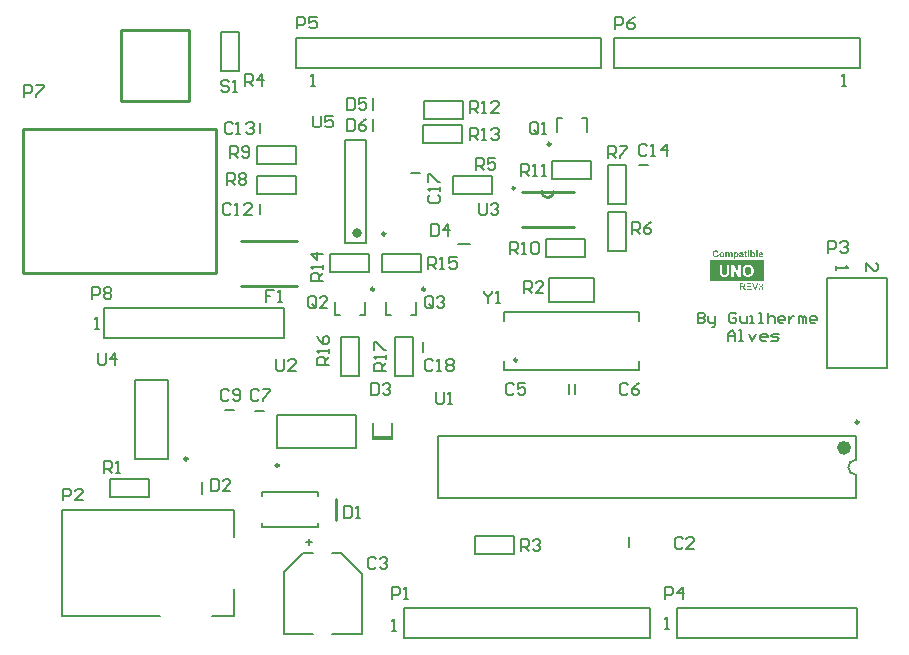
<source format=gto>
G04*
G04 #@! TF.GenerationSoftware,Altium Limited,Altium Designer,18.1.9 (240)*
G04*
G04 Layer_Color=65535*
%FSLAX24Y24*%
%MOIN*%
G70*
G01*
G75*
%ADD10C,0.0098*%
%ADD11C,0.0100*%
%ADD12C,0.0157*%
%ADD13C,0.0236*%
%ADD14C,0.0079*%
%ADD15C,0.0080*%
%ADD16C,0.0060*%
G36*
X22400Y12400D02*
X20600D01*
Y13091D01*
X22400D01*
Y12400D01*
D02*
G37*
G36*
X21914Y13424D02*
Y13384D01*
X21871D01*
Y13424D01*
X21914D01*
D02*
G37*
G36*
X21812Y13362D02*
X21842D01*
Y13328D01*
X21812D01*
Y13262D01*
Y13262D01*
Y13261D01*
Y13260D01*
Y13259D01*
Y13256D01*
Y13252D01*
X21813Y13248D01*
Y13244D01*
Y13241D01*
X21813Y13240D01*
Y13239D01*
Y13238D01*
X21814Y13237D01*
X21815Y13235D01*
X21817Y13233D01*
X21817Y13233D01*
X21819Y13232D01*
X21821Y13232D01*
X21824Y13231D01*
X21825D01*
X21826Y13232D01*
X21828Y13232D01*
X21831Y13232D01*
X21834Y13233D01*
X21837Y13234D01*
X21841Y13235D01*
X21845Y13202D01*
X21844Y13202D01*
X21842Y13201D01*
X21839Y13200D01*
X21835Y13199D01*
X21830Y13198D01*
X21824Y13197D01*
X21818Y13196D01*
X21811Y13196D01*
X21809D01*
X21807Y13196D01*
X21804D01*
X21801Y13197D01*
X21797Y13198D01*
X21794Y13198D01*
X21790Y13200D01*
X21790Y13200D01*
X21789Y13200D01*
X21787Y13201D01*
X21785Y13202D01*
X21781Y13205D01*
X21778Y13207D01*
X21777Y13210D01*
X21776Y13210D01*
X21776Y13211D01*
X21775Y13212D01*
X21774Y13214D01*
X21773Y13217D01*
X21772Y13219D01*
X21771Y13223D01*
X21771Y13227D01*
Y13227D01*
X21770Y13228D01*
Y13230D01*
X21770Y13233D01*
X21770Y13237D01*
Y13243D01*
X21769Y13249D01*
Y13253D01*
Y13257D01*
Y13328D01*
X21750D01*
Y13362D01*
X21769D01*
Y13394D01*
X21812Y13420D01*
Y13362D01*
D02*
G37*
G36*
X21010Y13366D02*
X21013Y13365D01*
X21016Y13365D01*
X21020Y13364D01*
X21024Y13364D01*
X21028Y13363D01*
X21033Y13361D01*
X21038Y13360D01*
X21043Y13358D01*
X21047Y13355D01*
X21053Y13353D01*
X21058Y13349D01*
X21062Y13346D01*
X21067Y13342D01*
X21067Y13341D01*
X21068Y13340D01*
X21069Y13339D01*
X21071Y13337D01*
X21072Y13335D01*
X21074Y13332D01*
X21076Y13329D01*
X21079Y13325D01*
X21081Y13321D01*
X21083Y13316D01*
X21085Y13311D01*
X21087Y13306D01*
X21088Y13300D01*
X21089Y13294D01*
X21090Y13288D01*
X21090Y13281D01*
Y13281D01*
Y13279D01*
Y13278D01*
X21090Y13275D01*
X21090Y13272D01*
X21089Y13268D01*
X21088Y13264D01*
X21087Y13260D01*
X21086Y13255D01*
X21085Y13250D01*
X21083Y13245D01*
X21081Y13240D01*
X21077Y13235D01*
X21074Y13230D01*
X21071Y13225D01*
X21067Y13220D01*
X21066Y13220D01*
X21066Y13219D01*
X21064Y13218D01*
X21062Y13216D01*
X21060Y13215D01*
X21057Y13213D01*
X21054Y13210D01*
X21050Y13208D01*
X21046Y13206D01*
X21042Y13203D01*
X21037Y13201D01*
X21031Y13200D01*
X21026Y13198D01*
X21020Y13197D01*
X21013Y13196D01*
X21007Y13196D01*
X21003D01*
X21001Y13196D01*
X20999Y13197D01*
X20993Y13197D01*
X20987Y13198D01*
X20980Y13200D01*
X20972Y13202D01*
X20965Y13206D01*
X20964D01*
X20964Y13206D01*
X20963Y13207D01*
X20961Y13208D01*
X20958Y13210D01*
X20953Y13213D01*
X20948Y13217D01*
X20943Y13223D01*
X20938Y13229D01*
X20934Y13235D01*
Y13236D01*
X20934Y13236D01*
X20933Y13238D01*
X20932Y13239D01*
X20932Y13241D01*
X20931Y13243D01*
X20930Y13246D01*
X20929Y13249D01*
X20927Y13256D01*
X20925Y13264D01*
X20924Y13273D01*
X20924Y13283D01*
Y13283D01*
Y13284D01*
Y13285D01*
X20924Y13287D01*
Y13288D01*
X20924Y13291D01*
X20925Y13296D01*
X20926Y13303D01*
X20928Y13309D01*
X20931Y13317D01*
X20934Y13324D01*
Y13325D01*
X20934Y13325D01*
X20935Y13327D01*
X20936Y13328D01*
X20938Y13331D01*
X20942Y13336D01*
X20946Y13341D01*
X20951Y13346D01*
X20957Y13351D01*
X20964Y13355D01*
X20964D01*
X20965Y13355D01*
X20966Y13356D01*
X20967Y13357D01*
X20969Y13358D01*
X20971Y13359D01*
X20976Y13361D01*
X20983Y13362D01*
X20990Y13364D01*
X20998Y13365D01*
X21007Y13366D01*
X21010D01*
D02*
G37*
G36*
X21661D02*
X21664Y13365D01*
X21666D01*
X21673Y13365D01*
X21680Y13364D01*
X21687Y13363D01*
X21694Y13361D01*
X21697Y13360D01*
X21699Y13359D01*
X21700Y13359D01*
X21702Y13358D01*
X21704Y13356D01*
X21707Y13354D01*
X21710Y13352D01*
X21714Y13349D01*
X21717Y13345D01*
X21719Y13342D01*
X21720Y13341D01*
X21720Y13339D01*
X21721Y13337D01*
X21722Y13333D01*
X21723Y13330D01*
X21723Y13328D01*
X21724Y13324D01*
X21724Y13321D01*
X21724Y13317D01*
X21725Y13313D01*
X21725Y13308D01*
Y13303D01*
X21724Y13253D01*
Y13253D01*
Y13252D01*
Y13251D01*
Y13250D01*
Y13246D01*
X21725Y13241D01*
Y13236D01*
X21725Y13231D01*
X21726Y13226D01*
X21726Y13221D01*
Y13221D01*
X21727Y13220D01*
X21727Y13218D01*
X21728Y13215D01*
X21729Y13212D01*
X21730Y13208D01*
X21732Y13204D01*
X21734Y13200D01*
X21692D01*
Y13200D01*
X21692Y13201D01*
X21691Y13202D01*
X21691Y13203D01*
X21690Y13205D01*
X21689Y13207D01*
X21689Y13210D01*
X21688Y13212D01*
Y13213D01*
Y13213D01*
X21687Y13214D01*
X21687Y13216D01*
X21686Y13217D01*
X21686Y13217D01*
X21684Y13216D01*
X21682Y13214D01*
X21679Y13211D01*
X21676Y13209D01*
X21672Y13206D01*
X21667Y13203D01*
X21663Y13201D01*
X21662Y13201D01*
X21661Y13200D01*
X21658Y13199D01*
X21654Y13199D01*
X21651Y13198D01*
X21646Y13197D01*
X21641Y13196D01*
X21636Y13196D01*
X21634D01*
X21632Y13196D01*
X21630D01*
X21627Y13197D01*
X21622Y13198D01*
X21615Y13199D01*
X21609Y13201D01*
X21602Y13205D01*
X21596Y13209D01*
X21596Y13210D01*
X21594Y13212D01*
X21592Y13215D01*
X21589Y13219D01*
X21587Y13224D01*
X21585Y13230D01*
X21583Y13236D01*
X21582Y13244D01*
Y13245D01*
Y13246D01*
X21583Y13249D01*
X21583Y13252D01*
X21584Y13256D01*
X21585Y13260D01*
X21587Y13264D01*
X21589Y13268D01*
X21589Y13269D01*
X21590Y13270D01*
X21591Y13272D01*
X21593Y13274D01*
X21596Y13277D01*
X21599Y13280D01*
X21603Y13283D01*
X21607Y13285D01*
X21607Y13285D01*
X21609Y13286D01*
X21612Y13287D01*
X21616Y13288D01*
X21620Y13290D01*
X21626Y13292D01*
X21633Y13293D01*
X21641Y13295D01*
X21641D01*
X21642Y13295D01*
X21644Y13296D01*
X21646Y13296D01*
X21648Y13297D01*
X21651Y13297D01*
X21658Y13299D01*
X21664Y13300D01*
X21671Y13302D01*
X21678Y13304D01*
X21680Y13305D01*
X21683Y13306D01*
Y13310D01*
Y13310D01*
Y13312D01*
X21682Y13314D01*
X21682Y13317D01*
X21681Y13320D01*
X21680Y13322D01*
X21679Y13325D01*
X21677Y13328D01*
X21676Y13328D01*
X21675Y13329D01*
X21674Y13329D01*
X21672Y13330D01*
X21668Y13331D01*
X21664Y13332D01*
X21659Y13333D01*
X21653Y13333D01*
X21651D01*
X21649Y13333D01*
X21647Y13332D01*
X21641Y13331D01*
X21638Y13330D01*
X21635Y13328D01*
X21635Y13328D01*
X21634Y13327D01*
X21633Y13326D01*
X21632Y13324D01*
X21630Y13322D01*
X21628Y13320D01*
X21627Y13316D01*
X21625Y13313D01*
X21587Y13320D01*
Y13320D01*
X21587Y13321D01*
X21587Y13322D01*
X21588Y13323D01*
X21590Y13328D01*
X21592Y13333D01*
X21595Y13338D01*
X21599Y13344D01*
X21604Y13349D01*
X21609Y13354D01*
X21609D01*
X21610Y13354D01*
X21611Y13355D01*
X21612Y13356D01*
X21614Y13357D01*
X21616Y13358D01*
X21618Y13359D01*
X21621Y13360D01*
X21624Y13361D01*
X21628Y13362D01*
X21632Y13363D01*
X21636Y13364D01*
X21640Y13365D01*
X21646Y13365D01*
X21651Y13366D01*
X21661D01*
D02*
G37*
G36*
X20809Y13428D02*
X20812Y13427D01*
X20815Y13427D01*
X20819Y13426D01*
X20823Y13426D01*
X20828Y13425D01*
X20834Y13423D01*
X20839Y13422D01*
X20845Y13420D01*
X20850Y13418D01*
X20856Y13414D01*
X20861Y13411D01*
X20866Y13408D01*
X20871Y13403D01*
X20872D01*
X20872Y13403D01*
X20874Y13401D01*
X20876Y13397D01*
X20880Y13393D01*
X20883Y13387D01*
X20888Y13380D01*
X20891Y13372D01*
X20894Y13362D01*
X20850Y13352D01*
Y13352D01*
X20849Y13352D01*
X20849Y13354D01*
X20848Y13358D01*
X20846Y13362D01*
X20844Y13366D01*
X20841Y13370D01*
X20837Y13375D01*
X20833Y13379D01*
X20832Y13379D01*
X20831Y13381D01*
X20828Y13382D01*
X20824Y13384D01*
X20820Y13386D01*
X20815Y13388D01*
X20809Y13389D01*
X20802Y13389D01*
X20800D01*
X20798Y13389D01*
X20796Y13389D01*
X20794Y13388D01*
X20788Y13387D01*
X20782Y13385D01*
X20775Y13382D01*
X20772Y13380D01*
X20768Y13377D01*
X20765Y13374D01*
X20762Y13371D01*
Y13371D01*
X20761Y13370D01*
X20761Y13369D01*
X20760Y13368D01*
X20759Y13366D01*
X20757Y13363D01*
X20756Y13361D01*
X20755Y13357D01*
X20753Y13353D01*
X20751Y13349D01*
X20750Y13345D01*
X20749Y13339D01*
X20748Y13334D01*
X20747Y13327D01*
X20747Y13320D01*
X20747Y13313D01*
Y13313D01*
Y13312D01*
Y13309D01*
X20747Y13306D01*
Y13303D01*
X20747Y13299D01*
X20748Y13294D01*
X20749Y13290D01*
X20750Y13280D01*
X20753Y13270D01*
X20755Y13265D01*
X20757Y13260D01*
X20759Y13256D01*
X20762Y13253D01*
X20762Y13252D01*
X20762Y13252D01*
X20764Y13250D01*
X20768Y13247D01*
X20772Y13244D01*
X20778Y13240D01*
X20785Y13238D01*
X20793Y13235D01*
X20797Y13235D01*
X20801Y13235D01*
X20803D01*
X20804Y13235D01*
X20808Y13235D01*
X20812Y13236D01*
X20817Y13238D01*
X20822Y13240D01*
X20827Y13242D01*
X20832Y13246D01*
X20833Y13247D01*
X20834Y13248D01*
X20837Y13251D01*
X20839Y13255D01*
X20843Y13260D01*
X20846Y13266D01*
X20849Y13274D01*
X20851Y13283D01*
X20895Y13269D01*
Y13269D01*
X20895Y13267D01*
X20894Y13265D01*
X20893Y13263D01*
X20892Y13260D01*
X20891Y13256D01*
X20889Y13252D01*
X20887Y13248D01*
X20882Y13239D01*
X20877Y13230D01*
X20869Y13221D01*
X20866Y13217D01*
X20861Y13214D01*
X20861Y13214D01*
X20860Y13213D01*
X20859Y13212D01*
X20857Y13211D01*
X20855Y13210D01*
X20852Y13209D01*
X20849Y13207D01*
X20845Y13205D01*
X20841Y13203D01*
X20836Y13202D01*
X20832Y13200D01*
X20827Y13199D01*
X20821Y13198D01*
X20815Y13197D01*
X20808Y13197D01*
X20802Y13196D01*
X20800D01*
X20798Y13197D01*
X20794D01*
X20791Y13197D01*
X20786Y13198D01*
X20782Y13199D01*
X20776Y13200D01*
X20770Y13202D01*
X20764Y13204D01*
X20758Y13206D01*
X20752Y13209D01*
X20746Y13213D01*
X20740Y13217D01*
X20734Y13221D01*
X20729Y13227D01*
X20728Y13227D01*
X20727Y13228D01*
X20726Y13230D01*
X20724Y13232D01*
X20722Y13235D01*
X20719Y13239D01*
X20717Y13243D01*
X20714Y13248D01*
X20712Y13254D01*
X20709Y13260D01*
X20707Y13267D01*
X20704Y13275D01*
X20703Y13283D01*
X20701Y13291D01*
X20700Y13300D01*
X20700Y13310D01*
Y13310D01*
Y13312D01*
X20700Y13315D01*
Y13319D01*
X20701Y13324D01*
X20701Y13329D01*
X20702Y13335D01*
X20704Y13342D01*
X20705Y13349D01*
X20707Y13355D01*
X20709Y13363D01*
X20712Y13370D01*
X20715Y13377D01*
X20719Y13384D01*
X20724Y13391D01*
X20729Y13397D01*
X20729Y13397D01*
X20730Y13398D01*
X20732Y13399D01*
X20734Y13402D01*
X20737Y13404D01*
X20740Y13407D01*
X20744Y13409D01*
X20749Y13412D01*
X20754Y13415D01*
X20760Y13418D01*
X20766Y13421D01*
X20773Y13423D01*
X20780Y13425D01*
X20788Y13426D01*
X20796Y13427D01*
X20805Y13428D01*
X20809D01*
D02*
G37*
G36*
X21214Y13366D02*
X21217Y13365D01*
X21220Y13365D01*
X21225Y13364D01*
X21229Y13363D01*
X21234Y13361D01*
X21238Y13359D01*
X21239Y13359D01*
X21240Y13358D01*
X21242Y13357D01*
X21245Y13354D01*
X21248Y13352D01*
X21251Y13348D01*
X21254Y13344D01*
X21257Y13340D01*
X21258Y13340D01*
X21259Y13342D01*
X21261Y13344D01*
X21264Y13347D01*
X21267Y13350D01*
X21271Y13353D01*
X21276Y13357D01*
X21280Y13359D01*
X21281Y13360D01*
X21282Y13360D01*
X21285Y13361D01*
X21288Y13363D01*
X21292Y13364D01*
X21297Y13365D01*
X21302Y13365D01*
X21307Y13366D01*
X21310D01*
X21313Y13365D01*
X21317Y13365D01*
X21322Y13364D01*
X21327Y13363D01*
X21332Y13361D01*
X21337Y13358D01*
X21337Y13358D01*
X21339Y13357D01*
X21341Y13355D01*
X21344Y13353D01*
X21347Y13350D01*
X21350Y13346D01*
X21353Y13342D01*
X21355Y13337D01*
X21356Y13337D01*
X21356Y13335D01*
X21357Y13333D01*
X21358Y13329D01*
X21358Y13324D01*
X21359Y13318D01*
X21359Y13312D01*
X21360Y13303D01*
Y13200D01*
X21317D01*
Y13292D01*
Y13293D01*
Y13293D01*
Y13295D01*
Y13296D01*
X21317Y13301D01*
X21316Y13305D01*
X21316Y13311D01*
X21315Y13316D01*
X21314Y13320D01*
X21313Y13322D01*
X21312Y13324D01*
X21312Y13324D01*
X21311Y13325D01*
X21310Y13327D01*
X21308Y13329D01*
X21305Y13330D01*
X21302Y13332D01*
X21298Y13333D01*
X21294Y13333D01*
X21293D01*
X21291Y13333D01*
X21289Y13332D01*
X21286Y13332D01*
X21283Y13331D01*
X21280Y13329D01*
X21277Y13327D01*
X21277Y13327D01*
X21276Y13326D01*
X21274Y13325D01*
X21273Y13323D01*
X21271Y13321D01*
X21269Y13318D01*
X21267Y13315D01*
X21266Y13311D01*
Y13311D01*
X21265Y13309D01*
X21265Y13307D01*
X21264Y13303D01*
X21263Y13298D01*
X21263Y13293D01*
X21262Y13286D01*
Y13278D01*
Y13200D01*
X21219D01*
Y13289D01*
Y13289D01*
Y13290D01*
Y13291D01*
Y13292D01*
Y13297D01*
X21219Y13302D01*
X21219Y13307D01*
X21218Y13312D01*
X21218Y13316D01*
X21217Y13318D01*
X21217Y13319D01*
Y13320D01*
X21217Y13320D01*
X21216Y13322D01*
X21215Y13323D01*
X21213Y13327D01*
X21210Y13330D01*
X21209D01*
X21209Y13330D01*
X21208Y13331D01*
X21206Y13331D01*
X21205Y13332D01*
X21202Y13332D01*
X21200Y13333D01*
X21195D01*
X21193Y13333D01*
X21191Y13332D01*
X21188Y13332D01*
X21185Y13331D01*
X21182Y13329D01*
X21179Y13328D01*
X21178Y13327D01*
X21177Y13327D01*
X21176Y13325D01*
X21174Y13323D01*
X21173Y13321D01*
X21171Y13319D01*
X21169Y13316D01*
X21168Y13312D01*
Y13312D01*
X21167Y13310D01*
X21166Y13307D01*
X21166Y13304D01*
X21165Y13300D01*
X21165Y13294D01*
X21164Y13287D01*
Y13279D01*
Y13200D01*
X21121D01*
Y13362D01*
X21161D01*
Y13340D01*
X21161Y13340D01*
X21162Y13341D01*
X21163Y13343D01*
X21164Y13344D01*
X21166Y13346D01*
X21169Y13348D01*
X21172Y13351D01*
X21175Y13353D01*
X21178Y13355D01*
X21182Y13358D01*
X21191Y13362D01*
X21195Y13363D01*
X21201Y13365D01*
X21206Y13365D01*
X21211Y13366D01*
X21214D01*
D02*
G37*
G36*
X21494D02*
X21496Y13365D01*
X21499Y13365D01*
X21501Y13365D01*
X21508Y13363D01*
X21516Y13360D01*
X21520Y13359D01*
X21524Y13356D01*
X21528Y13354D01*
X21532Y13351D01*
X21536Y13347D01*
X21540Y13343D01*
X21540Y13343D01*
X21541Y13342D01*
X21541Y13341D01*
X21543Y13339D01*
X21544Y13337D01*
X21546Y13334D01*
X21548Y13331D01*
X21549Y13327D01*
X21551Y13323D01*
X21553Y13318D01*
X21555Y13313D01*
X21556Y13308D01*
X21558Y13302D01*
X21559Y13295D01*
X21559Y13289D01*
X21559Y13282D01*
Y13281D01*
Y13280D01*
Y13278D01*
X21559Y13275D01*
X21559Y13271D01*
X21558Y13268D01*
X21558Y13263D01*
X21557Y13258D01*
X21555Y13248D01*
X21553Y13243D01*
X21551Y13238D01*
X21548Y13233D01*
X21546Y13228D01*
X21543Y13223D01*
X21539Y13218D01*
X21539Y13218D01*
X21538Y13217D01*
X21537Y13216D01*
X21536Y13215D01*
X21534Y13213D01*
X21531Y13211D01*
X21529Y13209D01*
X21526Y13207D01*
X21519Y13203D01*
X21511Y13199D01*
X21506Y13198D01*
X21501Y13197D01*
X21496Y13196D01*
X21491Y13196D01*
X21489D01*
X21486Y13196D01*
X21483Y13197D01*
X21480Y13197D01*
X21475Y13198D01*
X21471Y13199D01*
X21467Y13201D01*
X21467Y13201D01*
X21465Y13202D01*
X21463Y13203D01*
X21460Y13205D01*
X21457Y13208D01*
X21453Y13211D01*
X21448Y13215D01*
X21444Y13219D01*
Y13138D01*
X21401D01*
Y13362D01*
X21441D01*
Y13338D01*
X21441Y13339D01*
X21442Y13340D01*
X21444Y13343D01*
X21446Y13345D01*
X21450Y13348D01*
X21453Y13352D01*
X21457Y13355D01*
X21462Y13358D01*
X21462Y13358D01*
X21464Y13359D01*
X21467Y13360D01*
X21471Y13362D01*
X21475Y13363D01*
X21480Y13364D01*
X21486Y13365D01*
X21491Y13366D01*
X21494D01*
D02*
G37*
G36*
X22301D02*
X22304Y13365D01*
X22307Y13365D01*
X22310Y13364D01*
X22314Y13364D01*
X22318Y13363D01*
X22323Y13361D01*
X22328Y13360D01*
X22332Y13358D01*
X22337Y13355D01*
X22342Y13353D01*
X22346Y13349D01*
X22351Y13346D01*
X22355Y13342D01*
X22355Y13341D01*
X22356Y13340D01*
X22357Y13339D01*
X22358Y13337D01*
X22360Y13334D01*
X22361Y13331D01*
X22363Y13328D01*
X22365Y13323D01*
X22367Y13319D01*
X22369Y13313D01*
X22371Y13307D01*
X22372Y13301D01*
X22373Y13293D01*
X22374Y13286D01*
X22375Y13277D01*
Y13269D01*
X22268Y13269D01*
Y13268D01*
Y13268D01*
Y13267D01*
X22268Y13265D01*
X22268Y13262D01*
X22269Y13258D01*
X22270Y13253D01*
X22272Y13248D01*
X22274Y13243D01*
X22278Y13239D01*
X22278Y13238D01*
X22280Y13237D01*
X22282Y13235D01*
X22285Y13233D01*
X22288Y13231D01*
X22292Y13230D01*
X22297Y13228D01*
X22302Y13228D01*
X22304D01*
X22306Y13228D01*
X22308Y13229D01*
X22311Y13229D01*
X22314Y13230D01*
X22317Y13232D01*
X22319Y13233D01*
X22320Y13234D01*
X22320Y13234D01*
X22322Y13236D01*
X22323Y13238D01*
X22325Y13240D01*
X22327Y13243D01*
X22329Y13247D01*
X22330Y13251D01*
X22373Y13244D01*
Y13244D01*
X22372Y13243D01*
X22372Y13242D01*
X22371Y13240D01*
X22370Y13238D01*
X22369Y13236D01*
X22366Y13231D01*
X22362Y13225D01*
X22358Y13219D01*
X22352Y13213D01*
X22346Y13208D01*
X22346D01*
X22346Y13207D01*
X22345Y13207D01*
X22343Y13206D01*
X22342Y13205D01*
X22339Y13204D01*
X22334Y13202D01*
X22328Y13200D01*
X22320Y13198D01*
X22312Y13197D01*
X22302Y13196D01*
X22300D01*
X22298Y13196D01*
X22295D01*
X22291Y13197D01*
X22288Y13197D01*
X22283Y13198D01*
X22278Y13199D01*
X22273Y13201D01*
X22268Y13203D01*
X22263Y13205D01*
X22258Y13207D01*
X22253Y13211D01*
X22248Y13214D01*
X22243Y13219D01*
X22239Y13224D01*
Y13224D01*
X22239Y13225D01*
X22238Y13226D01*
X22237Y13228D01*
X22236Y13230D01*
X22234Y13232D01*
X22233Y13235D01*
X22231Y13239D01*
X22230Y13243D01*
X22229Y13247D01*
X22227Y13251D01*
X22226Y13257D01*
X22224Y13268D01*
X22224Y13273D01*
X22224Y13279D01*
Y13280D01*
Y13281D01*
Y13283D01*
X22224Y13286D01*
X22224Y13289D01*
X22225Y13293D01*
X22225Y13298D01*
X22226Y13302D01*
X22229Y13313D01*
X22230Y13318D01*
X22232Y13323D01*
X22235Y13328D01*
X22238Y13333D01*
X22241Y13338D01*
X22244Y13343D01*
X22245Y13343D01*
X22245Y13344D01*
X22246Y13345D01*
X22248Y13346D01*
X22250Y13348D01*
X22253Y13350D01*
X22256Y13352D01*
X22259Y13354D01*
X22263Y13356D01*
X22267Y13359D01*
X22271Y13360D01*
X22276Y13362D01*
X22281Y13364D01*
X22286Y13365D01*
X22292Y13365D01*
X22298Y13366D01*
X22301D01*
D02*
G37*
G36*
X21914Y13362D02*
Y13200D01*
X21871D01*
Y13362D01*
X21914D01*
D02*
G37*
G36*
X22192Y13424D02*
Y13200D01*
X22149D01*
Y13424D01*
X22192D01*
D02*
G37*
G36*
X21999D02*
Y13343D01*
X22000Y13343D01*
X22000Y13344D01*
X22001Y13345D01*
X22003Y13347D01*
X22005Y13348D01*
X22007Y13350D01*
X22009Y13352D01*
X22013Y13354D01*
X22019Y13359D01*
X22028Y13362D01*
X22032Y13364D01*
X22036Y13365D01*
X22041Y13365D01*
X22046Y13366D01*
X22049D01*
X22051Y13365D01*
X22054Y13365D01*
X22057Y13365D01*
X22060Y13364D01*
X22064Y13363D01*
X22071Y13360D01*
X22075Y13359D01*
X22079Y13357D01*
X22084Y13354D01*
X22088Y13351D01*
X22092Y13348D01*
X22095Y13344D01*
X22096Y13344D01*
X22096Y13343D01*
X22097Y13342D01*
X22098Y13340D01*
X22100Y13338D01*
X22102Y13335D01*
X22103Y13332D01*
X22105Y13328D01*
X22107Y13324D01*
X22109Y13319D01*
X22110Y13314D01*
X22112Y13309D01*
X22113Y13303D01*
X22114Y13297D01*
X22114Y13290D01*
X22115Y13282D01*
Y13282D01*
Y13280D01*
Y13278D01*
X22114Y13275D01*
X22114Y13272D01*
X22114Y13268D01*
X22113Y13263D01*
X22112Y13259D01*
X22110Y13248D01*
X22108Y13243D01*
X22106Y13238D01*
X22104Y13232D01*
X22102Y13227D01*
X22098Y13223D01*
X22095Y13218D01*
X22094Y13218D01*
X22094Y13217D01*
X22093Y13216D01*
X22091Y13215D01*
X22089Y13213D01*
X22087Y13211D01*
X22084Y13209D01*
X22081Y13207D01*
X22074Y13203D01*
X22066Y13199D01*
X22062Y13198D01*
X22057Y13197D01*
X22052Y13196D01*
X22047Y13196D01*
X22044D01*
X22041Y13196D01*
X22038Y13197D01*
X22034Y13198D01*
X22029Y13199D01*
X22024Y13201D01*
X22019Y13203D01*
X22019Y13203D01*
X22017Y13204D01*
X22015Y13206D01*
X22011Y13208D01*
X22008Y13211D01*
X22004Y13215D01*
X22000Y13219D01*
X21996Y13224D01*
Y13200D01*
X21956D01*
Y13424D01*
X21999D01*
D02*
G37*
G36*
X22308Y12325D02*
X22313Y12324D01*
X22318Y12323D01*
X22324Y12322D01*
X22329Y12320D01*
X22335Y12317D01*
X22336D01*
X22336Y12317D01*
X22338Y12316D01*
X22341Y12314D01*
X22344Y12311D01*
X22348Y12308D01*
X22352Y12305D01*
X22356Y12300D01*
X22359Y12295D01*
X22359Y12295D01*
X22360Y12293D01*
X22362Y12290D01*
X22363Y12287D01*
X22365Y12282D01*
X22366Y12278D01*
X22367Y12273D01*
X22367Y12267D01*
Y12266D01*
Y12264D01*
X22367Y12262D01*
X22366Y12258D01*
X22365Y12254D01*
X22364Y12250D01*
X22362Y12245D01*
X22359Y12240D01*
X22359Y12240D01*
X22358Y12238D01*
X22356Y12236D01*
X22354Y12234D01*
X22350Y12231D01*
X22346Y12228D01*
X22342Y12224D01*
X22336Y12221D01*
X22337D01*
X22337Y12221D01*
X22338D01*
X22340Y12220D01*
X22343Y12219D01*
X22347Y12217D01*
X22352Y12215D01*
X22357Y12212D01*
X22362Y12207D01*
X22367Y12202D01*
X22367Y12202D01*
X22369Y12200D01*
X22370Y12197D01*
X22373Y12192D01*
X22375Y12187D01*
X22376Y12181D01*
X22378Y12174D01*
X22378Y12166D01*
Y12166D01*
Y12165D01*
Y12163D01*
X22378Y12161D01*
X22377Y12159D01*
X22377Y12156D01*
X22376Y12153D01*
X22375Y12149D01*
X22373Y12141D01*
X22371Y12137D01*
X22369Y12133D01*
X22367Y12129D01*
X22364Y12125D01*
X22360Y12120D01*
X22357Y12116D01*
X22356Y12116D01*
X22356Y12115D01*
X22355Y12115D01*
X22353Y12113D01*
X22351Y12112D01*
X22348Y12110D01*
X22345Y12108D01*
X22342Y12106D01*
X22338Y12104D01*
X22334Y12103D01*
X22330Y12101D01*
X22325Y12099D01*
X22320Y12098D01*
X22314Y12097D01*
X22309Y12097D01*
X22303Y12096D01*
X22300D01*
X22298Y12097D01*
X22295Y12097D01*
X22293Y12097D01*
X22289Y12098D01*
X22286Y12098D01*
X22278Y12100D01*
X22270Y12104D01*
X22266Y12105D01*
X22262Y12108D01*
X22258Y12111D01*
X22254Y12114D01*
X22254Y12114D01*
X22253Y12114D01*
X22252Y12115D01*
X22251Y12117D01*
X22250Y12119D01*
X22248Y12121D01*
X22246Y12123D01*
X22244Y12126D01*
X22240Y12133D01*
X22237Y12141D01*
X22234Y12149D01*
X22233Y12154D01*
X22232Y12159D01*
X22259Y12163D01*
Y12163D01*
X22260Y12162D01*
Y12161D01*
X22261Y12159D01*
X22262Y12155D01*
X22263Y12150D01*
X22265Y12145D01*
X22268Y12139D01*
X22271Y12134D01*
X22275Y12129D01*
X22276Y12129D01*
X22277Y12128D01*
X22280Y12126D01*
X22283Y12124D01*
X22287Y12123D01*
X22292Y12121D01*
X22297Y12119D01*
X22303Y12119D01*
X22305D01*
X22306Y12119D01*
X22310Y12120D01*
X22314Y12121D01*
X22320Y12123D01*
X22325Y12125D01*
X22330Y12128D01*
X22336Y12132D01*
X22336Y12133D01*
X22338Y12135D01*
X22340Y12138D01*
X22342Y12142D01*
X22345Y12146D01*
X22347Y12152D01*
X22348Y12159D01*
X22349Y12166D01*
Y12166D01*
Y12166D01*
Y12168D01*
X22348Y12169D01*
X22348Y12172D01*
X22347Y12177D01*
X22346Y12182D01*
X22343Y12187D01*
X22340Y12192D01*
X22336Y12197D01*
X22336Y12198D01*
X22334Y12199D01*
X22331Y12201D01*
X22328Y12203D01*
X22323Y12205D01*
X22318Y12207D01*
X22312Y12208D01*
X22305Y12209D01*
X22302D01*
X22300Y12209D01*
X22297Y12208D01*
X22294Y12208D01*
X22290Y12207D01*
X22286Y12206D01*
X22289Y12231D01*
X22291D01*
X22292Y12230D01*
X22296D01*
X22299Y12231D01*
X22304Y12231D01*
X22309Y12232D01*
X22314Y12234D01*
X22319Y12236D01*
X22325Y12239D01*
X22325Y12239D01*
X22327Y12241D01*
X22329Y12243D01*
X22332Y12246D01*
X22335Y12250D01*
X22337Y12255D01*
X22338Y12261D01*
X22339Y12267D01*
Y12268D01*
Y12268D01*
Y12270D01*
X22338Y12273D01*
X22338Y12276D01*
X22337Y12280D01*
X22335Y12284D01*
X22332Y12289D01*
X22329Y12292D01*
X22328Y12293D01*
X22327Y12294D01*
X22325Y12296D01*
X22322Y12297D01*
X22318Y12299D01*
X22313Y12301D01*
X22308Y12302D01*
X22302Y12303D01*
X22300D01*
X22297Y12302D01*
X22293Y12301D01*
X22289Y12300D01*
X22284Y12298D01*
X22280Y12296D01*
X22276Y12292D01*
X22275Y12292D01*
X22274Y12291D01*
X22272Y12288D01*
X22270Y12285D01*
X22268Y12281D01*
X22266Y12276D01*
X22264Y12269D01*
X22262Y12262D01*
X22235Y12267D01*
Y12267D01*
X22235Y12268D01*
X22235Y12270D01*
X22236Y12272D01*
X22236Y12274D01*
X22237Y12277D01*
X22239Y12283D01*
X22242Y12290D01*
X22246Y12297D01*
X22251Y12304D01*
X22257Y12310D01*
X22257Y12310D01*
X22258Y12310D01*
X22259Y12311D01*
X22261Y12312D01*
X22262Y12313D01*
X22264Y12314D01*
X22269Y12318D01*
X22276Y12320D01*
X22284Y12323D01*
X22292Y12324D01*
X22297Y12325D01*
X22305D01*
X22308Y12325D01*
D02*
G37*
G36*
X22128Y12100D02*
X22098D01*
X22011Y12324D01*
X22043D01*
X22101Y12161D01*
Y12161D01*
X22102Y12160D01*
X22102Y12159D01*
X22103Y12158D01*
X22104Y12154D01*
X22105Y12149D01*
X22107Y12144D01*
X22109Y12138D01*
X22113Y12125D01*
Y12125D01*
X22114Y12125D01*
X22114Y12126D01*
X22114Y12128D01*
X22115Y12131D01*
X22117Y12136D01*
X22118Y12142D01*
X22120Y12148D01*
X22123Y12155D01*
X22125Y12161D01*
X22186Y12324D01*
X22216D01*
X22128Y12100D01*
D02*
G37*
G36*
X21988Y12298D02*
X21856D01*
Y12229D01*
X21980D01*
Y12203D01*
X21856D01*
Y12126D01*
X21993D01*
Y12100D01*
X21826D01*
Y12324D01*
X21988D01*
Y12298D01*
D02*
G37*
G36*
X21707Y12324D02*
X21709D01*
X21716Y12323D01*
X21723Y12323D01*
X21731Y12321D01*
X21738Y12320D01*
X21742Y12319D01*
X21745Y12318D01*
X21745D01*
X21745Y12318D01*
X21747Y12317D01*
X21750Y12315D01*
X21753Y12313D01*
X21758Y12310D01*
X21762Y12306D01*
X21766Y12302D01*
X21769Y12296D01*
X21770Y12296D01*
X21771Y12294D01*
X21773Y12291D01*
X21774Y12287D01*
X21776Y12281D01*
X21778Y12276D01*
X21779Y12269D01*
X21779Y12263D01*
Y12262D01*
Y12262D01*
Y12260D01*
X21779Y12259D01*
Y12257D01*
X21778Y12254D01*
X21777Y12249D01*
X21775Y12242D01*
X21773Y12236D01*
X21768Y12229D01*
X21766Y12225D01*
X21763Y12222D01*
X21763Y12222D01*
X21762Y12221D01*
X21761Y12220D01*
X21759Y12219D01*
X21757Y12217D01*
X21754Y12216D01*
X21752Y12214D01*
X21749Y12212D01*
X21745Y12210D01*
X21741Y12209D01*
X21737Y12207D01*
X21732Y12205D01*
X21727Y12204D01*
X21722Y12203D01*
X21716Y12202D01*
X21717Y12202D01*
X21718Y12201D01*
X21720Y12200D01*
X21722Y12199D01*
X21728Y12195D01*
X21731Y12193D01*
X21734Y12191D01*
X21734Y12190D01*
X21736Y12189D01*
X21738Y12186D01*
X21742Y12183D01*
X21745Y12178D01*
X21749Y12173D01*
X21754Y12167D01*
X21758Y12161D01*
X21797Y12100D01*
X21760D01*
X21730Y12146D01*
Y12147D01*
X21730Y12147D01*
X21729Y12148D01*
X21728Y12150D01*
X21726Y12153D01*
X21723Y12158D01*
X21719Y12163D01*
X21716Y12168D01*
X21712Y12173D01*
X21709Y12177D01*
X21708Y12177D01*
X21707Y12179D01*
X21706Y12181D01*
X21704Y12183D01*
X21699Y12188D01*
X21697Y12190D01*
X21694Y12192D01*
X21693Y12192D01*
X21693Y12193D01*
X21691Y12193D01*
X21690Y12194D01*
X21686Y12197D01*
X21680Y12198D01*
X21680D01*
X21679Y12199D01*
X21678D01*
X21676Y12199D01*
X21674Y12199D01*
X21671D01*
X21668Y12200D01*
X21630D01*
Y12100D01*
X21600D01*
Y12324D01*
X21704D01*
X21707Y12324D01*
D02*
G37*
%LPC*%
G36*
X21627Y12938D02*
X21555D01*
Y12680D01*
X21397Y12938D01*
X21322D01*
Y12554D01*
X21394D01*
Y12806D01*
X21549Y12554D01*
X21627D01*
Y12938D01*
D02*
G37*
G36*
X21240D02*
X21162D01*
Y12724D01*
Y12716D01*
Y12709D01*
X21162Y12702D01*
Y12695D01*
X21161Y12683D01*
X21160Y12675D01*
X21160Y12668D01*
X21159Y12663D01*
X21159Y12660D01*
Y12659D01*
X21157Y12652D01*
X21154Y12645D01*
X21150Y12640D01*
X21147Y12635D01*
X21144Y12631D01*
X21141Y12628D01*
X21139Y12627D01*
X21138Y12626D01*
X21131Y12621D01*
X21124Y12618D01*
X21115Y12616D01*
X21108Y12614D01*
X21100Y12613D01*
X21094Y12613D01*
X21089D01*
X21078Y12613D01*
X21067Y12615D01*
X21059Y12617D01*
X21052Y12620D01*
X21046Y12622D01*
X21042Y12624D01*
X21039Y12626D01*
X21038Y12627D01*
X21032Y12632D01*
X21027Y12638D01*
X21023Y12645D01*
X21019Y12651D01*
X21018Y12656D01*
X21016Y12661D01*
X21015Y12663D01*
Y12665D01*
X21014Y12668D01*
Y12672D01*
X21014Y12681D01*
X21013Y12692D01*
Y12702D01*
X21012Y12713D01*
Y12717D01*
Y12721D01*
Y12724D01*
Y12727D01*
Y12728D01*
Y12729D01*
Y12938D01*
X20935D01*
Y12721D01*
X20935Y12710D01*
Y12699D01*
X20936Y12690D01*
X20936Y12681D01*
X20937Y12673D01*
X20938Y12666D01*
X20938Y12659D01*
X20939Y12654D01*
X20939Y12649D01*
X20940Y12644D01*
X20940Y12641D01*
X20941Y12638D01*
X20942Y12637D01*
Y12635D01*
Y12635D01*
X20944Y12627D01*
X20947Y12619D01*
X20951Y12611D01*
X20954Y12605D01*
X20958Y12600D01*
X20961Y12596D01*
X20963Y12593D01*
X20963Y12592D01*
X20970Y12585D01*
X20977Y12578D01*
X20985Y12573D01*
X20992Y12568D01*
X20998Y12564D01*
X21004Y12561D01*
X21007Y12559D01*
X21008Y12559D01*
X21008D01*
X21014Y12556D01*
X21020Y12555D01*
X21033Y12552D01*
X21047Y12549D01*
X21060Y12548D01*
X21073Y12547D01*
X21078D01*
X21083Y12546D01*
X21091D01*
X21108Y12547D01*
X21122Y12548D01*
X21135Y12550D01*
X21145Y12552D01*
X21154Y12554D01*
X21157Y12555D01*
X21160Y12556D01*
X21162Y12556D01*
X21164Y12557D01*
X21165Y12558D01*
X21165D01*
X21175Y12562D01*
X21184Y12568D01*
X21191Y12573D01*
X21198Y12578D01*
X21203Y12582D01*
X21207Y12586D01*
X21210Y12589D01*
X21210Y12589D01*
X21216Y12597D01*
X21221Y12605D01*
X21225Y12613D01*
X21228Y12621D01*
X21231Y12628D01*
X21232Y12633D01*
X21234Y12637D01*
Y12637D01*
Y12638D01*
X21235Y12644D01*
X21236Y12650D01*
X21236Y12658D01*
X21237Y12665D01*
X21238Y12681D01*
X21239Y12697D01*
Y12705D01*
Y12712D01*
X21240Y12718D01*
Y12938D01*
D02*
G37*
G36*
X21882Y12944D02*
X21879D01*
X21862Y12944D01*
X21846Y12942D01*
X21832Y12939D01*
X21820Y12937D01*
X21814Y12935D01*
X21810Y12934D01*
X21806Y12932D01*
X21802Y12931D01*
X21799Y12930D01*
X21797Y12929D01*
X21796Y12929D01*
X21796D01*
X21786Y12924D01*
X21776Y12919D01*
X21768Y12913D01*
X21761Y12907D01*
X21755Y12902D01*
X21750Y12898D01*
X21747Y12895D01*
X21746Y12894D01*
X21738Y12885D01*
X21731Y12876D01*
X21725Y12867D01*
X21720Y12859D01*
X21716Y12852D01*
X21713Y12846D01*
X21711Y12843D01*
X21710Y12842D01*
Y12841D01*
X21704Y12826D01*
X21700Y12809D01*
X21697Y12793D01*
X21696Y12777D01*
X21695Y12770D01*
Y12764D01*
X21694Y12758D01*
X21693Y12752D01*
Y12742D01*
X21694Y12725D01*
X21696Y12710D01*
X21698Y12695D01*
X21701Y12681D01*
X21705Y12668D01*
X21709Y12656D01*
X21714Y12646D01*
X21718Y12636D01*
X21723Y12627D01*
X21728Y12620D01*
X21732Y12613D01*
X21736Y12608D01*
X21739Y12604D01*
X21741Y12601D01*
X21743Y12599D01*
X21744Y12599D01*
X21754Y12589D01*
X21764Y12582D01*
X21775Y12575D01*
X21786Y12569D01*
X21797Y12563D01*
X21809Y12559D01*
X21820Y12556D01*
X21830Y12553D01*
X21840Y12551D01*
X21850Y12549D01*
X21858Y12548D01*
X21865Y12547D01*
X21871D01*
X21876Y12546D01*
X21879D01*
X21895Y12547D01*
X21910Y12549D01*
X21923Y12551D01*
X21936Y12555D01*
X21948Y12559D01*
X21960Y12563D01*
X21969Y12568D01*
X21979Y12573D01*
X21987Y12577D01*
X21994Y12582D01*
X22000Y12586D01*
X22005Y12590D01*
X22009Y12594D01*
X22012Y12596D01*
X22014Y12598D01*
X22015Y12599D01*
X22023Y12609D01*
X22031Y12620D01*
X22038Y12632D01*
X22044Y12644D01*
X22049Y12656D01*
X22053Y12668D01*
X22057Y12680D01*
X22059Y12692D01*
X22061Y12702D01*
X22062Y12713D01*
X22064Y12721D01*
X22065Y12730D01*
Y12736D01*
X22065Y12741D01*
Y12745D01*
X22065Y12762D01*
X22063Y12778D01*
X22061Y12793D01*
X22057Y12807D01*
X22054Y12820D01*
X22050Y12832D01*
X22045Y12843D01*
X22040Y12853D01*
X22035Y12862D01*
X22031Y12869D01*
X22026Y12876D01*
X22023Y12881D01*
X22019Y12886D01*
X22017Y12889D01*
X22015Y12890D01*
X22015Y12891D01*
X22005Y12900D01*
X21994Y12909D01*
X21983Y12916D01*
X21972Y12922D01*
X21961Y12927D01*
X21949Y12931D01*
X21938Y12935D01*
X21927Y12938D01*
X21917Y12940D01*
X21908Y12941D01*
X21900Y12943D01*
X21893Y12944D01*
X21887D01*
X21882Y12944D01*
D02*
G37*
%LPD*%
G36*
X21888Y12878D02*
X21896Y12877D01*
X21912Y12873D01*
X21925Y12868D01*
X21936Y12862D01*
X21940Y12859D01*
X21944Y12856D01*
X21948Y12853D01*
X21951Y12851D01*
X21953Y12848D01*
X21955Y12847D01*
X21955Y12846D01*
X21956Y12845D01*
X21961Y12839D01*
X21966Y12832D01*
X21969Y12824D01*
X21973Y12816D01*
X21978Y12800D01*
X21982Y12784D01*
X21983Y12776D01*
X21983Y12769D01*
X21985Y12763D01*
Y12758D01*
X21985Y12753D01*
Y12749D01*
Y12747D01*
Y12747D01*
X21985Y12734D01*
X21984Y12723D01*
X21982Y12712D01*
X21981Y12703D01*
X21978Y12693D01*
X21976Y12685D01*
X21973Y12678D01*
X21971Y12671D01*
X21968Y12665D01*
X21965Y12660D01*
X21962Y12656D01*
X21960Y12652D01*
X21958Y12649D01*
X21957Y12648D01*
X21956Y12647D01*
X21955Y12646D01*
X21950Y12640D01*
X21944Y12635D01*
X21937Y12631D01*
X21931Y12627D01*
X21924Y12624D01*
X21918Y12621D01*
X21906Y12617D01*
X21896Y12614D01*
X21891Y12614D01*
X21887Y12613D01*
X21884Y12613D01*
X21879D01*
X21871Y12613D01*
X21863Y12614D01*
X21855Y12616D01*
X21848Y12618D01*
X21835Y12623D01*
X21824Y12630D01*
X21815Y12635D01*
X21812Y12638D01*
X21809Y12641D01*
X21806Y12643D01*
X21804Y12645D01*
X21804Y12645D01*
X21803Y12646D01*
X21798Y12652D01*
X21793Y12660D01*
X21789Y12668D01*
X21786Y12676D01*
X21781Y12692D01*
X21777Y12709D01*
X21776Y12716D01*
X21775Y12723D01*
X21775Y12729D01*
X21774Y12735D01*
X21773Y12739D01*
Y12742D01*
Y12745D01*
Y12745D01*
X21774Y12758D01*
X21775Y12769D01*
X21776Y12779D01*
X21778Y12789D01*
X21780Y12798D01*
X21783Y12806D01*
X21785Y12814D01*
X21788Y12820D01*
X21790Y12826D01*
X21793Y12831D01*
X21796Y12835D01*
X21797Y12839D01*
X21800Y12841D01*
X21801Y12843D01*
X21802Y12844D01*
X21802Y12845D01*
X21808Y12851D01*
X21814Y12856D01*
X21820Y12860D01*
X21827Y12864D01*
X21833Y12868D01*
X21840Y12870D01*
X21852Y12874D01*
X21862Y12876D01*
X21867Y12877D01*
X21871Y12878D01*
X21875Y12878D01*
X21879D01*
X21888Y12878D01*
D02*
G37*
%LPC*%
G36*
X21006Y13331D02*
X21004Y13330D01*
X21001Y13330D01*
X20997Y13329D01*
X20993Y13328D01*
X20988Y13325D01*
X20983Y13322D01*
X20979Y13318D01*
X20979Y13317D01*
X20977Y13315D01*
X20976Y13312D01*
X20973Y13308D01*
X20971Y13303D01*
X20969Y13297D01*
X20968Y13289D01*
X20968Y13281D01*
Y13280D01*
Y13280D01*
Y13278D01*
X20968Y13277D01*
Y13275D01*
X20968Y13273D01*
X20969Y13267D01*
X20970Y13261D01*
X20972Y13255D01*
X20975Y13249D01*
X20979Y13244D01*
X20980Y13243D01*
X20981Y13242D01*
X20983Y13240D01*
X20987Y13238D01*
X20991Y13235D01*
X20996Y13233D01*
X21001Y13232D01*
X21007Y13231D01*
X21008D01*
X21010Y13231D01*
X21013Y13232D01*
X21017Y13233D01*
X21021Y13234D01*
X21026Y13236D01*
X21030Y13240D01*
X21035Y13244D01*
X21035Y13244D01*
X21037Y13246D01*
X21039Y13249D01*
X21041Y13253D01*
X21043Y13258D01*
X21045Y13265D01*
X21046Y13272D01*
X21046Y13281D01*
Y13281D01*
Y13282D01*
Y13283D01*
Y13285D01*
X21046Y13287D01*
X21046Y13289D01*
X21045Y13294D01*
X21044Y13300D01*
X21042Y13306D01*
X21039Y13312D01*
X21035Y13318D01*
X21035Y13318D01*
X21033Y13320D01*
X21030Y13322D01*
X21027Y13324D01*
X21023Y13327D01*
X21018Y13329D01*
X21013Y13330D01*
X21007Y13331D01*
X21006D01*
D02*
G37*
G36*
X21682Y13278D02*
X21681Y13277D01*
X21679Y13277D01*
X21676Y13276D01*
X21673Y13275D01*
X21668Y13274D01*
X21663Y13272D01*
X21657Y13271D01*
X21656D01*
X21654Y13270D01*
X21651Y13270D01*
X21647Y13269D01*
X21643Y13268D01*
X21639Y13266D01*
X21636Y13265D01*
X21633Y13263D01*
X21633Y13263D01*
X21632Y13262D01*
X21631Y13261D01*
X21629Y13259D01*
X21628Y13257D01*
X21627Y13255D01*
X21625Y13252D01*
X21625Y13248D01*
Y13248D01*
Y13247D01*
X21625Y13245D01*
X21626Y13243D01*
X21627Y13241D01*
X21628Y13238D01*
X21630Y13235D01*
X21632Y13233D01*
X21632Y13232D01*
X21633Y13232D01*
X21634Y13231D01*
X21636Y13230D01*
X21639Y13228D01*
X21642Y13227D01*
X21645Y13227D01*
X21649Y13226D01*
X21651D01*
X21653Y13227D01*
X21656Y13227D01*
X21659Y13228D01*
X21663Y13229D01*
X21667Y13231D01*
X21671Y13234D01*
X21671Y13234D01*
X21672Y13235D01*
X21673Y13236D01*
X21675Y13238D01*
X21677Y13240D01*
X21678Y13242D01*
X21680Y13245D01*
X21681Y13248D01*
Y13248D01*
X21681Y13249D01*
X21682Y13250D01*
X21682Y13253D01*
Y13256D01*
X21682Y13259D01*
X21683Y13263D01*
Y13269D01*
Y13278D01*
X21682D01*
D02*
G37*
G36*
X21479Y13332D02*
X21477Y13332D01*
X21474Y13331D01*
X21470Y13331D01*
X21466Y13329D01*
X21462Y13327D01*
X21458Y13324D01*
X21454Y13320D01*
X21453Y13319D01*
X21452Y13317D01*
X21451Y13315D01*
X21448Y13310D01*
X21447Y13305D01*
X21445Y13299D01*
X21444Y13292D01*
X21443Y13284D01*
Y13283D01*
Y13282D01*
Y13281D01*
X21444Y13279D01*
Y13277D01*
X21444Y13274D01*
X21445Y13268D01*
X21446Y13261D01*
X21448Y13255D01*
X21451Y13248D01*
X21452Y13246D01*
X21454Y13243D01*
X21454Y13242D01*
X21456Y13241D01*
X21458Y13239D01*
X21461Y13236D01*
X21465Y13234D01*
X21470Y13232D01*
X21475Y13231D01*
X21481Y13230D01*
X21481D01*
X21483Y13230D01*
X21486Y13231D01*
X21489Y13231D01*
X21493Y13233D01*
X21497Y13235D01*
X21501Y13238D01*
X21505Y13242D01*
X21505Y13243D01*
X21507Y13244D01*
X21509Y13247D01*
X21510Y13251D01*
X21512Y13257D01*
X21513Y13260D01*
X21514Y13264D01*
X21514Y13268D01*
X21515Y13272D01*
X21515Y13276D01*
Y13282D01*
Y13282D01*
Y13283D01*
Y13284D01*
Y13286D01*
X21515Y13288D01*
X21515Y13290D01*
X21514Y13296D01*
X21513Y13302D01*
X21511Y13308D01*
X21509Y13314D01*
X21505Y13319D01*
X21505Y13320D01*
X21503Y13321D01*
X21501Y13323D01*
X21498Y13326D01*
X21495Y13328D01*
X21490Y13330D01*
X21485Y13331D01*
X21480Y13332D01*
X21479D01*
D02*
G37*
G36*
X22298Y13333D02*
X22296Y13332D01*
X22292Y13332D01*
X22288Y13330D01*
X22285Y13329D01*
X22281Y13326D01*
X22277Y13322D01*
X22277Y13322D01*
X22276Y13321D01*
X22274Y13318D01*
X22273Y13315D01*
X22271Y13311D01*
X22270Y13306D01*
X22269Y13301D01*
X22268Y13295D01*
X22332D01*
Y13295D01*
Y13295D01*
Y13297D01*
X22332Y13298D01*
X22332Y13301D01*
X22331Y13305D01*
X22330Y13310D01*
X22328Y13315D01*
X22326Y13319D01*
X22322Y13323D01*
X22322Y13323D01*
X22321Y13325D01*
X22319Y13326D01*
X22316Y13328D01*
X22313Y13330D01*
X22310Y13332D01*
X22305Y13333D01*
X22300Y13333D01*
X22298D01*
D02*
G37*
G36*
X22034D02*
X22032Y13333D01*
X22029Y13332D01*
X22025Y13332D01*
X22021Y13330D01*
X22017Y13328D01*
X22013Y13325D01*
X22009Y13321D01*
X22008Y13320D01*
X22007Y13318D01*
X22006Y13316D01*
X22004Y13312D01*
X22002Y13307D01*
X22000Y13300D01*
X21999Y13293D01*
X21999Y13284D01*
Y13284D01*
Y13283D01*
Y13282D01*
Y13280D01*
X21999Y13278D01*
Y13276D01*
X22000Y13270D01*
X22001Y13264D01*
X22002Y13258D01*
X22004Y13252D01*
X22006Y13247D01*
Y13246D01*
X22007Y13246D01*
X22008Y13244D01*
X22011Y13241D01*
X22014Y13238D01*
X22019Y13235D01*
X22024Y13232D01*
X22030Y13230D01*
X22033Y13230D01*
X22036Y13230D01*
X22037D01*
X22038Y13230D01*
X22041Y13230D01*
X22045Y13231D01*
X22048Y13233D01*
X22052Y13235D01*
X22057Y13238D01*
X22061Y13242D01*
X22061Y13242D01*
X22062Y13244D01*
X22064Y13247D01*
X22066Y13251D01*
X22068Y13256D01*
X22069Y13263D01*
X22070Y13271D01*
X22071Y13280D01*
Y13280D01*
Y13282D01*
Y13283D01*
Y13285D01*
X22070Y13287D01*
X22070Y13290D01*
X22069Y13296D01*
X22068Y13302D01*
X22066Y13309D01*
X22064Y13315D01*
X22062Y13318D01*
X22061Y13320D01*
X22060Y13321D01*
X22059Y13322D01*
X22057Y13324D01*
X22053Y13327D01*
X22050Y13329D01*
X22045Y13331D01*
X22040Y13332D01*
X22035Y13333D01*
X22034D01*
D02*
G37*
G36*
X21700Y12299D02*
X21630D01*
Y12225D01*
X21697D01*
X21700Y12225D01*
X21705Y12226D01*
X21710Y12226D01*
X21715Y12227D01*
X21720Y12228D01*
X21725Y12229D01*
X21725Y12230D01*
X21727Y12230D01*
X21729Y12231D01*
X21731Y12232D01*
X21734Y12234D01*
X21737Y12237D01*
X21740Y12239D01*
X21742Y12243D01*
X21743Y12243D01*
X21743Y12244D01*
X21744Y12246D01*
X21745Y12249D01*
X21746Y12251D01*
X21747Y12255D01*
X21748Y12259D01*
X21748Y12263D01*
Y12263D01*
Y12263D01*
Y12265D01*
X21748Y12268D01*
X21747Y12272D01*
X21746Y12276D01*
X21744Y12280D01*
X21740Y12285D01*
X21737Y12289D01*
X21736Y12289D01*
X21735Y12291D01*
X21732Y12292D01*
X21728Y12294D01*
X21723Y12296D01*
X21717Y12297D01*
X21709Y12299D01*
X21700Y12299D01*
D02*
G37*
%LPD*%
D10*
X15291Y16967D02*
G03*
X15291Y16967I-49J0D01*
G01*
X11107Y12133D02*
G03*
X11107Y12133I-49J0D01*
G01*
X9407D02*
G03*
X9407Y12133I-49J0D01*
G01*
X3191Y6481D02*
G03*
X3191Y6481I-49J0D01*
G01*
X9784Y13980D02*
G03*
X9784Y13980I-49J0D01*
G01*
X25561Y7700D02*
G03*
X25561Y7700I-49J0D01*
G01*
X14179Y9770D02*
G03*
X14179Y9770I-49J0D01*
G01*
X6230Y6258D02*
G03*
X6230Y6258I-49J0D01*
G01*
D11*
X15003Y15381D02*
G03*
X15200Y15184I197J0D01*
G01*
D02*
G03*
X15397Y15381I0J197D01*
G01*
X14098Y15499D02*
G03*
X14098Y15499I-39J0D01*
G01*
X14334Y15381D02*
X16066D01*
X14334Y14200D02*
X16066D01*
X4975Y12252D02*
X6825D01*
X4975Y13748D02*
X6825D01*
X8131Y4455D02*
Y5143D01*
X3242Y18414D02*
Y20776D01*
X958D02*
X3242D01*
X958Y18414D02*
Y20776D01*
Y18414D02*
X3242D01*
X4146Y12669D02*
Y17472D01*
X-2287Y12669D02*
X4146D01*
X-2287Y17472D02*
X4146D01*
X-2287Y12669D02*
Y17472D01*
D12*
X8918Y14002D02*
G03*
X8918Y14002I-79J0D01*
G01*
D13*
X25193Y6850D02*
G03*
X25193Y6850I-118J0D01*
G01*
D14*
X25468Y6450D02*
G03*
X25468Y5950I0J-250D01*
G01*
X16502Y17380D02*
Y17833D01*
X15498Y17380D02*
Y17833D01*
X15675D01*
X16325D02*
X16502D01*
X11031Y10043D02*
Y10357D01*
X9385Y7199D02*
X10015D01*
X9385Y7124D02*
X10015D01*
X9385D02*
Y7676D01*
X10015Y7124D02*
Y7676D01*
X9798Y11267D02*
Y11720D01*
X10802Y11267D02*
Y11720D01*
X10625Y11267D02*
X10802D01*
X9798D02*
X9975D01*
X8098D02*
Y11720D01*
X9102Y11267D02*
Y11720D01*
X8925Y11267D02*
X9102D01*
X8098D02*
X8275D01*
X10643Y16004D02*
X10957D01*
X5596Y17343D02*
Y17657D01*
Y14643D02*
Y14957D01*
X1449Y9119D02*
X2551D01*
X1449Y6481D02*
X2551D01*
X1449D02*
Y9119D01*
X2551Y6481D02*
Y9119D01*
X5443Y8069D02*
X5757D01*
X4443Y8104D02*
X4757D01*
X5667Y4221D02*
X7533D01*
X5667Y5379D02*
X7533D01*
Y5244D02*
Y5379D01*
Y4221D02*
Y4356D01*
X5667Y4221D02*
Y4356D01*
Y5244D02*
Y5379D01*
X7233Y3602D02*
Y3811D01*
X7128Y3706D02*
X7337D01*
X8013Y3350D02*
X8300D01*
X7050D02*
X7387D01*
X6401Y650D02*
X7387D01*
X8013D02*
X8999D01*
X6401D02*
Y2701D01*
X7050Y3350D01*
X8300D02*
X8999Y2651D01*
Y650D02*
Y2651D01*
X17896Y3543D02*
Y3857D01*
X10402Y1500D02*
X18598D01*
X10402Y500D02*
Y1500D01*
Y500D02*
X18598D01*
Y1500D01*
X15904Y8643D02*
Y8957D01*
X16096Y8643D02*
Y8957D01*
X8446Y17113D02*
X9154D01*
X8446Y13687D02*
X9154D01*
X8446D02*
Y17113D01*
X9154Y13687D02*
Y17113D01*
X400Y10500D02*
X6400D01*
X400Y11500D02*
X6400D01*
X400Y10500D02*
Y11500D01*
X6400Y10500D02*
Y11500D01*
X18243Y16269D02*
X18557D01*
X11531Y5157D02*
Y7243D01*
X25469Y5157D02*
Y5950D01*
Y6450D02*
Y7243D01*
X11531Y5157D02*
X25469D01*
X11531Y7243D02*
X25469D01*
X19500Y500D02*
X25500D01*
X19500Y1500D02*
X25500D01*
X19500Y500D02*
Y1500D01*
X25500Y500D02*
Y1500D01*
X24500Y9500D02*
X26500D01*
X24500Y12500D02*
X26500D01*
Y9500D02*
Y12500D01*
X24500Y9500D02*
Y12500D01*
Y9500D02*
Y11417D01*
X16977Y20180D02*
Y20507D01*
X7650D02*
X16977D01*
Y19507D02*
Y19680D01*
X6809Y20507D02*
X7650D01*
X6809Y19507D02*
Y20507D01*
Y19507D02*
X16977D01*
Y19680D02*
Y20180D01*
X13756Y11365D02*
X18244D01*
Y11069D02*
Y11365D01*
X13756Y9435D02*
Y9731D01*
Y9435D02*
X18244D01*
Y9731D01*
X13756Y11069D02*
Y11365D01*
X17402Y19500D02*
X25598D01*
Y20500D01*
X17402D02*
X25598D01*
X17402Y19500D02*
Y20500D01*
X6181Y6849D02*
X8819D01*
X6181Y7951D02*
X8819D01*
X6181Y6849D02*
Y7951D01*
X8819Y6849D02*
Y7951D01*
X-1000Y1228D02*
X2268D01*
X4000D02*
X4748D01*
Y2134D01*
X-1000Y1228D02*
Y4772D01*
X4748D01*
Y3866D02*
Y4772D01*
X10000Y750D02*
X10131D01*
X10066D01*
Y1144D01*
X10000Y1078D01*
X100Y10800D02*
X231D01*
X166D01*
Y11194D01*
X100Y11128D01*
X19100Y800D02*
X19231D01*
X19166D01*
Y1194D01*
X19100Y1128D01*
X25800Y12738D02*
Y13000D01*
X26062Y12738D01*
X26128D01*
X26194Y12803D01*
Y12934D01*
X26128Y13000D01*
X24800Y12900D02*
Y12769D01*
Y12834D01*
X25194D01*
X25128Y12900D01*
X7300Y18900D02*
X7431D01*
X7366D01*
Y19294D01*
X7300Y19228D01*
X25000Y18900D02*
X25131D01*
X25066D01*
Y19294D01*
X25000Y19228D01*
X10000Y1814D02*
Y2208D01*
X10197D01*
X10263Y2142D01*
Y2011D01*
X10197Y1945D01*
X10000D01*
X10394Y1814D02*
X10525D01*
X10460D01*
Y2208D01*
X10394Y2142D01*
X13090Y12078D02*
Y12012D01*
X13222Y11881D01*
X13353Y12012D01*
Y12078D01*
X13222Y11881D02*
Y11684D01*
X13484D02*
X13615D01*
X13550D01*
Y12078D01*
X13484Y12012D01*
X7390Y17918D02*
Y17590D01*
X7456Y17524D01*
X7587D01*
X7653Y17590D01*
Y17918D01*
X8046D02*
X7784D01*
Y17721D01*
X7915Y17787D01*
X7981D01*
X8046Y17721D01*
Y17590D01*
X7981Y17524D01*
X7850D01*
X7784Y17590D01*
X200Y9994D02*
Y9666D01*
X266Y9600D01*
X397D01*
X462Y9666D01*
Y9994D01*
X790Y9600D02*
Y9994D01*
X594Y9797D01*
X856D01*
X12900Y14994D02*
Y14666D01*
X12966Y14600D01*
X13097D01*
X13162Y14666D01*
Y14994D01*
X13294Y14928D02*
X13359Y14994D01*
X13490D01*
X13556Y14928D01*
Y14862D01*
X13490Y14797D01*
X13425D01*
X13490D01*
X13556Y14731D01*
Y14666D01*
X13490Y14600D01*
X13359D01*
X13294Y14666D01*
X6140Y9809D02*
Y9481D01*
X6206Y9416D01*
X6337D01*
X6403Y9481D01*
Y9809D01*
X6796Y9416D02*
X6534D01*
X6796Y9678D01*
Y9744D01*
X6731Y9809D01*
X6600D01*
X6534Y9744D01*
X11480Y8708D02*
Y8380D01*
X11546Y8314D01*
X11677D01*
X11743Y8380D01*
Y8708D01*
X11874Y8314D02*
X12005D01*
X11940D01*
Y8708D01*
X11874Y8642D01*
X4562Y19037D02*
X4497Y19103D01*
X4366D01*
X4300Y19037D01*
Y18971D01*
X4366Y18906D01*
X4497D01*
X4562Y18840D01*
Y18775D01*
X4497Y18709D01*
X4366D01*
X4300Y18775D01*
X4694Y18709D02*
X4825D01*
X4759D01*
Y19103D01*
X4694Y19037D01*
X9800Y9400D02*
X9406D01*
Y9597D01*
X9472Y9662D01*
X9603D01*
X9669Y9597D01*
Y9400D01*
Y9531D02*
X9800Y9662D01*
Y9794D02*
Y9925D01*
Y9859D01*
X9406D01*
X9472Y9794D01*
X9406Y10122D02*
Y10384D01*
X9472D01*
X9734Y10122D01*
X9800D01*
X7900Y9600D02*
X7506D01*
Y9797D01*
X7572Y9862D01*
X7703D01*
X7769Y9797D01*
Y9600D01*
Y9731D02*
X7900Y9862D01*
Y9994D02*
Y10125D01*
Y10059D01*
X7506D01*
X7572Y9994D01*
X7506Y10584D02*
X7572Y10453D01*
X7703Y10322D01*
X7834D01*
X7900Y10387D01*
Y10518D01*
X7834Y10584D01*
X7769D01*
X7703Y10518D01*
Y10322D01*
X11200Y12800D02*
Y13194D01*
X11397D01*
X11462Y13128D01*
Y12997D01*
X11397Y12931D01*
X11200D01*
X11331D02*
X11462Y12800D01*
X11594D02*
X11725D01*
X11659D01*
Y13194D01*
X11594Y13128D01*
X12184Y13194D02*
X11922D01*
Y12997D01*
X12053Y13062D01*
X12118D01*
X12184Y12997D01*
Y12866D01*
X12118Y12800D01*
X11987D01*
X11922Y12866D01*
X7700Y12400D02*
X7306D01*
Y12597D01*
X7372Y12662D01*
X7503D01*
X7569Y12597D01*
Y12400D01*
Y12531D02*
X7700Y12662D01*
Y12794D02*
Y12925D01*
Y12859D01*
X7306D01*
X7372Y12794D01*
X7700Y13318D02*
X7306D01*
X7503Y13122D01*
Y13384D01*
X12600Y17100D02*
Y17494D01*
X12797D01*
X12862Y17428D01*
Y17297D01*
X12797Y17231D01*
X12600D01*
X12731D02*
X12862Y17100D01*
X12994D02*
X13125D01*
X13059D01*
Y17494D01*
X12994Y17428D01*
X13322D02*
X13387Y17494D01*
X13518D01*
X13584Y17428D01*
Y17362D01*
X13518Y17297D01*
X13453D01*
X13518D01*
X13584Y17231D01*
Y17166D01*
X13518Y17100D01*
X13387D01*
X13322Y17166D01*
X12600Y18000D02*
Y18394D01*
X12797D01*
X12862Y18328D01*
Y18197D01*
X12797Y18131D01*
X12600D01*
X12731D02*
X12862Y18000D01*
X12994D02*
X13125D01*
X13059D01*
Y18394D01*
X12994Y18328D01*
X13584Y18000D02*
X13322D01*
X13584Y18262D01*
Y18328D01*
X13518Y18394D01*
X13387D01*
X13322Y18328D01*
X14300Y15900D02*
Y16294D01*
X14497D01*
X14562Y16228D01*
Y16097D01*
X14497Y16031D01*
X14300D01*
X14431D02*
X14562Y15900D01*
X14694D02*
X14825D01*
X14759D01*
Y16294D01*
X14694Y16228D01*
X15022Y15900D02*
X15153D01*
X15087D01*
Y16294D01*
X15022Y16228D01*
X13935Y13300D02*
Y13694D01*
X14131D01*
X14197Y13628D01*
Y13497D01*
X14131Y13431D01*
X13935D01*
X14066D02*
X14197Y13300D01*
X14328D02*
X14459D01*
X14394D01*
Y13694D01*
X14328Y13628D01*
X14656D02*
X14722Y13694D01*
X14853D01*
X14919Y13628D01*
Y13366D01*
X14853Y13300D01*
X14722D01*
X14656Y13366D01*
Y13628D01*
X4600Y16500D02*
Y16894D01*
X4797D01*
X4862Y16828D01*
Y16697D01*
X4797Y16631D01*
X4600D01*
X4731D02*
X4862Y16500D01*
X4994Y16566D02*
X5059Y16500D01*
X5190D01*
X5256Y16566D01*
Y16828D01*
X5190Y16894D01*
X5059D01*
X4994Y16828D01*
Y16762D01*
X5059Y16697D01*
X5256D01*
X4500Y15600D02*
Y15994D01*
X4697D01*
X4762Y15928D01*
Y15797D01*
X4697Y15731D01*
X4500D01*
X4631D02*
X4762Y15600D01*
X4894Y15928D02*
X4959Y15994D01*
X5090D01*
X5156Y15928D01*
Y15862D01*
X5090Y15797D01*
X5156Y15731D01*
Y15666D01*
X5090Y15600D01*
X4959D01*
X4894Y15666D01*
Y15731D01*
X4959Y15797D01*
X4894Y15862D01*
Y15928D01*
X4959Y15797D02*
X5090D01*
X17200Y16500D02*
Y16894D01*
X17397D01*
X17462Y16828D01*
Y16697D01*
X17397Y16631D01*
X17200D01*
X17331D02*
X17462Y16500D01*
X17594Y16894D02*
X17856D01*
Y16828D01*
X17594Y16566D01*
Y16500D01*
X18000Y13965D02*
Y14359D01*
X18197D01*
X18262Y14293D01*
Y14162D01*
X18197Y14097D01*
X18000D01*
X18131D02*
X18262Y13965D01*
X18656Y14359D02*
X18525Y14293D01*
X18394Y14162D01*
Y14031D01*
X18459Y13965D01*
X18590D01*
X18656Y14031D01*
Y14097D01*
X18590Y14162D01*
X18394D01*
X12800Y16100D02*
Y16494D01*
X12997D01*
X13062Y16428D01*
Y16297D01*
X12997Y16231D01*
X12800D01*
X12931D02*
X13062Y16100D01*
X13456Y16494D02*
X13194D01*
Y16297D01*
X13325Y16362D01*
X13390D01*
X13456Y16297D01*
Y16166D01*
X13390Y16100D01*
X13259D01*
X13194Y16166D01*
X5100Y18900D02*
Y19294D01*
X5297D01*
X5362Y19228D01*
Y19097D01*
X5297Y19031D01*
X5100D01*
X5231D02*
X5362Y18900D01*
X5690D02*
Y19294D01*
X5494Y19097D01*
X5756D01*
X14300Y3400D02*
Y3794D01*
X14497D01*
X14562Y3728D01*
Y3597D01*
X14497Y3531D01*
X14300D01*
X14431D02*
X14562Y3400D01*
X14694Y3728D02*
X14759Y3794D01*
X14890D01*
X14956Y3728D01*
Y3662D01*
X14890Y3597D01*
X14825D01*
X14890D01*
X14956Y3531D01*
Y3466D01*
X14890Y3400D01*
X14759D01*
X14694Y3466D01*
X14400Y12000D02*
Y12394D01*
X14597D01*
X14662Y12328D01*
Y12197D01*
X14597Y12131D01*
X14400D01*
X14531D02*
X14662Y12000D01*
X15056D02*
X14794D01*
X15056Y12262D01*
Y12328D01*
X14990Y12394D01*
X14859D01*
X14794Y12328D01*
X400Y6000D02*
Y6394D01*
X597D01*
X662Y6328D01*
Y6197D01*
X597Y6131D01*
X400D01*
X531D02*
X662Y6000D01*
X794D02*
X925D01*
X859D01*
Y6394D01*
X794Y6328D01*
X11362Y11566D02*
Y11828D01*
X11297Y11894D01*
X11166D01*
X11100Y11828D01*
Y11566D01*
X11166Y11500D01*
X11297D01*
X11231Y11631D02*
X11362Y11500D01*
X11297D02*
X11362Y11566D01*
X11494Y11828D02*
X11559Y11894D01*
X11690D01*
X11756Y11828D01*
Y11762D01*
X11690Y11697D01*
X11625D01*
X11690D01*
X11756Y11631D01*
Y11566D01*
X11690Y11500D01*
X11559D01*
X11494Y11566D01*
X7462D02*
Y11828D01*
X7397Y11894D01*
X7266D01*
X7200Y11828D01*
Y11566D01*
X7266Y11500D01*
X7397D01*
X7331Y11631D02*
X7462Y11500D01*
X7397D02*
X7462Y11566D01*
X7856Y11500D02*
X7594D01*
X7856Y11762D01*
Y11828D01*
X7790Y11894D01*
X7659D01*
X7594Y11828D01*
X14862Y17366D02*
Y17628D01*
X14797Y17694D01*
X14666D01*
X14600Y17628D01*
Y17366D01*
X14666Y17300D01*
X14797D01*
X14731Y17431D02*
X14862Y17300D01*
X14797D02*
X14862Y17366D01*
X14994Y17300D02*
X15125D01*
X15059D01*
Y17694D01*
X14994Y17628D01*
X0Y11814D02*
Y12208D01*
X197D01*
X263Y12142D01*
Y12011D01*
X197Y11945D01*
X0D01*
X394Y12142D02*
X460Y12208D01*
X591D01*
X656Y12142D01*
Y12077D01*
X591Y12011D01*
X656Y11945D01*
Y11880D01*
X591Y11814D01*
X460D01*
X394Y11880D01*
Y11945D01*
X460Y12011D01*
X394Y12077D01*
Y12142D01*
X460Y12011D02*
X591D01*
X-2260Y18544D02*
Y18938D01*
X-2063D01*
X-1997Y18872D01*
Y18741D01*
X-2063Y18675D01*
X-2260D01*
X-1866Y18938D02*
X-1604D01*
Y18872D01*
X-1866Y18610D01*
Y18544D01*
X17440Y20814D02*
Y21208D01*
X17637D01*
X17703Y21142D01*
Y21011D01*
X17637Y20945D01*
X17440D01*
X18096Y21208D02*
X17965Y21142D01*
X17834Y21011D01*
Y20880D01*
X17900Y20814D01*
X18031D01*
X18096Y20880D01*
Y20945D01*
X18031Y21011D01*
X17834D01*
X6850Y20824D02*
Y21218D01*
X7047D01*
X7113Y21152D01*
Y21021D01*
X7047Y20955D01*
X6850D01*
X7506Y21218D02*
X7244D01*
Y21021D01*
X7375Y21087D01*
X7441D01*
X7506Y21021D01*
Y20890D01*
X7441Y20824D01*
X7310D01*
X7244Y20890D01*
X19100Y1814D02*
Y2208D01*
X19297D01*
X19363Y2142D01*
Y2011D01*
X19297Y1945D01*
X19100D01*
X19691Y1814D02*
Y2208D01*
X19494Y2011D01*
X19756D01*
X24540Y13354D02*
Y13748D01*
X24737D01*
X24803Y13682D01*
Y13551D01*
X24737Y13485D01*
X24540D01*
X24934Y13682D02*
X25000Y13748D01*
X25131D01*
X25196Y13682D01*
Y13617D01*
X25131Y13551D01*
X25065D01*
X25131D01*
X25196Y13485D01*
Y13420D01*
X25131Y13354D01*
X25000D01*
X24934Y13420D01*
X-960Y5094D02*
Y5488D01*
X-763D01*
X-697Y5422D01*
Y5291D01*
X-763Y5225D01*
X-960D01*
X-304Y5094D02*
X-566D01*
X-304Y5357D01*
Y5422D01*
X-369Y5488D01*
X-500D01*
X-566Y5422D01*
X6062Y12094D02*
X5800D01*
Y11897D01*
X5931D01*
X5800D01*
Y11700D01*
X6194D02*
X6325D01*
X6259D01*
Y12094D01*
X6194Y12028D01*
X8500Y17794D02*
Y17400D01*
X8697D01*
X8762Y17466D01*
Y17728D01*
X8697Y17794D01*
X8500D01*
X9156D02*
X9025Y17728D01*
X8894Y17597D01*
Y17466D01*
X8959Y17400D01*
X9090D01*
X9156Y17466D01*
Y17531D01*
X9090Y17597D01*
X8894D01*
X8500Y18494D02*
Y18100D01*
X8697D01*
X8762Y18166D01*
Y18428D01*
X8697Y18494D01*
X8500D01*
X9156D02*
X8894D01*
Y18297D01*
X9025Y18362D01*
X9090D01*
X9156Y18297D01*
Y18166D01*
X9090Y18100D01*
X8959D01*
X8894Y18166D01*
X11300Y14294D02*
Y13900D01*
X11497D01*
X11562Y13966D01*
Y14228D01*
X11497Y14294D01*
X11300D01*
X11890Y13900D02*
Y14294D01*
X11694Y14097D01*
X11956D01*
X9300Y8994D02*
Y8600D01*
X9497D01*
X9562Y8666D01*
Y8928D01*
X9497Y8994D01*
X9300D01*
X9694Y8928D02*
X9759Y8994D01*
X9890D01*
X9956Y8928D01*
Y8862D01*
X9890Y8797D01*
X9825D01*
X9890D01*
X9956Y8731D01*
Y8666D01*
X9890Y8600D01*
X9759D01*
X9694Y8666D01*
X3965Y5794D02*
Y5400D01*
X4162D01*
X4228Y5466D01*
Y5728D01*
X4162Y5794D01*
X3965D01*
X4621Y5400D02*
X4359D01*
X4621Y5662D01*
Y5728D01*
X4556Y5794D01*
X4425D01*
X4359Y5728D01*
X8400Y4894D02*
Y4500D01*
X8597D01*
X8662Y4566D01*
Y4828D01*
X8597Y4894D01*
X8400D01*
X8794Y4500D02*
X8925D01*
X8859D01*
Y4894D01*
X8794Y4828D01*
X11362Y9728D02*
X11297Y9794D01*
X11166D01*
X11100Y9728D01*
Y9466D01*
X11166Y9400D01*
X11297D01*
X11362Y9466D01*
X11494Y9400D02*
X11625D01*
X11559D01*
Y9794D01*
X11494Y9728D01*
X11822D02*
X11887Y9794D01*
X12018D01*
X12084Y9728D01*
Y9662D01*
X12018Y9597D01*
X12084Y9531D01*
Y9466D01*
X12018Y9400D01*
X11887D01*
X11822Y9466D01*
Y9531D01*
X11887Y9597D01*
X11822Y9662D01*
Y9728D01*
X11887Y9597D02*
X12018D01*
X11272Y15262D02*
X11206Y15197D01*
Y15066D01*
X11272Y15000D01*
X11534D01*
X11600Y15066D01*
Y15197D01*
X11534Y15262D01*
X11600Y15394D02*
Y15525D01*
Y15459D01*
X11206D01*
X11272Y15394D01*
X11206Y15722D02*
Y15984D01*
X11272D01*
X11534Y15722D01*
X11600D01*
X18503Y16917D02*
X18437Y16982D01*
X18306D01*
X18240Y16917D01*
Y16654D01*
X18306Y16589D01*
X18437D01*
X18503Y16654D01*
X18634Y16589D02*
X18765D01*
X18700D01*
Y16982D01*
X18634Y16917D01*
X19159Y16589D02*
Y16982D01*
X18962Y16786D01*
X19224D01*
X4693Y17628D02*
X4627Y17694D01*
X4496D01*
X4431Y17628D01*
Y17366D01*
X4496Y17300D01*
X4627D01*
X4693Y17366D01*
X4824Y17300D02*
X4955D01*
X4890D01*
Y17694D01*
X4824Y17628D01*
X5152D02*
X5218Y17694D01*
X5349D01*
X5415Y17628D01*
Y17562D01*
X5349Y17497D01*
X5283D01*
X5349D01*
X5415Y17431D01*
Y17366D01*
X5349Y17300D01*
X5218D01*
X5152Y17366D01*
X4628Y14928D02*
X4562Y14994D01*
X4431D01*
X4365Y14928D01*
Y14666D01*
X4431Y14600D01*
X4562D01*
X4628Y14666D01*
X4759Y14600D02*
X4890D01*
X4825D01*
Y14994D01*
X4759Y14928D01*
X5349Y14600D02*
X5087D01*
X5349Y14862D01*
Y14928D01*
X5284Y14994D01*
X5153D01*
X5087Y14928D01*
X4562Y8728D02*
X4497Y8794D01*
X4366D01*
X4300Y8728D01*
Y8466D01*
X4366Y8400D01*
X4497D01*
X4562Y8466D01*
X4694D02*
X4759Y8400D01*
X4890D01*
X4956Y8466D01*
Y8728D01*
X4890Y8794D01*
X4759D01*
X4694Y8728D01*
Y8662D01*
X4759Y8597D01*
X4956D01*
X5562Y8728D02*
X5497Y8794D01*
X5366D01*
X5300Y8728D01*
Y8466D01*
X5366Y8400D01*
X5497D01*
X5562Y8466D01*
X5694Y8794D02*
X5956D01*
Y8728D01*
X5694Y8466D01*
Y8400D01*
X17862Y8928D02*
X17797Y8994D01*
X17666D01*
X17600Y8928D01*
Y8666D01*
X17666Y8600D01*
X17797D01*
X17862Y8666D01*
X18256Y8994D02*
X18125Y8928D01*
X17994Y8797D01*
Y8666D01*
X18059Y8600D01*
X18190D01*
X18256Y8666D01*
Y8731D01*
X18190Y8797D01*
X17994D01*
X14062Y8928D02*
X13997Y8994D01*
X13866D01*
X13800Y8928D01*
Y8666D01*
X13866Y8600D01*
X13997D01*
X14062Y8666D01*
X14456Y8994D02*
X14194D01*
Y8797D01*
X14325Y8862D01*
X14390D01*
X14456Y8797D01*
Y8666D01*
X14390Y8600D01*
X14259D01*
X14194Y8666D01*
X9462Y3128D02*
X9397Y3194D01*
X9266D01*
X9200Y3128D01*
Y2866D01*
X9266Y2800D01*
X9397D01*
X9462Y2866D01*
X9594Y3128D02*
X9659Y3194D01*
X9790D01*
X9856Y3128D01*
Y3062D01*
X9790Y2997D01*
X9725D01*
X9790D01*
X9856Y2931D01*
Y2866D01*
X9790Y2800D01*
X9659D01*
X9594Y2866D01*
X19693Y3815D02*
X19627Y3881D01*
X19496D01*
X19431Y3815D01*
Y3553D01*
X19496Y3487D01*
X19627D01*
X19693Y3553D01*
X20087Y3487D02*
X19824D01*
X20087Y3750D01*
Y3815D01*
X20021Y3881D01*
X19890D01*
X19824Y3815D01*
D15*
X12203Y13631D02*
X12597D01*
X13350Y15300D02*
Y15900D01*
X12050D02*
X13350D01*
X12050Y15300D02*
Y15900D01*
Y15300D02*
X13350D01*
X12385Y17800D02*
Y18400D01*
X11085D02*
X12385D01*
X11085Y17800D02*
Y18400D01*
Y17800D02*
X12385D01*
X15350Y15800D02*
Y16400D01*
Y15800D02*
X16650D01*
Y16400D01*
X15350D02*
X16650D01*
X16750Y11700D02*
Y12500D01*
X15250D02*
X16750D01*
X15250Y11700D02*
Y12500D01*
Y11700D02*
X16750D01*
X16450Y13200D02*
Y13800D01*
X15150D02*
X16450D01*
X15150Y13200D02*
Y13800D01*
Y13200D02*
X16450D01*
X17200Y14985D02*
X17800D01*
Y16285D01*
X17200D02*
X17800D01*
X17200Y14985D02*
Y16285D01*
Y13415D02*
X17800D01*
Y14715D01*
X17200D02*
X17800D01*
X17200Y13415D02*
Y14715D01*
X12350Y17000D02*
Y17600D01*
X11050D02*
X12350D01*
X11050Y17000D02*
Y17600D01*
Y17000D02*
X12350D01*
X9365Y17403D02*
Y17797D01*
X9365Y18103D02*
Y18497D01*
X10100Y10550D02*
X10700D01*
X10100Y9250D02*
Y10550D01*
Y9250D02*
X10700D01*
Y10550D01*
X8300Y9250D02*
X8900D01*
Y10550D01*
X8300D02*
X8900D01*
X8300Y9250D02*
Y10550D01*
X10985Y12700D02*
Y13300D01*
X9685D02*
X10985D01*
X9685Y12700D02*
Y13300D01*
Y12700D02*
X10985D01*
X615Y5200D02*
Y5800D01*
Y5200D02*
X1915D01*
Y5800D01*
X615D02*
X1915D01*
X9250Y12700D02*
Y13300D01*
X7950D02*
X9250D01*
X7950Y12700D02*
Y13300D01*
Y12700D02*
X9250D01*
X3669Y5303D02*
Y5697D01*
X6815Y15300D02*
Y15900D01*
X5515D02*
X6815D01*
X5515Y15300D02*
Y15900D01*
Y15300D02*
X6815D01*
X6815Y16300D02*
Y16900D01*
X5515D02*
X6815D01*
X5515Y16300D02*
Y16900D01*
Y16300D02*
X6815D01*
X14085Y3300D02*
Y3900D01*
X12785D02*
X14085D01*
X12785Y3300D02*
Y3900D01*
Y3300D02*
X14085D01*
X4300Y19399D02*
X4900D01*
Y20699D01*
X4300D02*
X4900D01*
X4300Y19399D02*
Y20699D01*
D16*
X21200Y10400D02*
Y10653D01*
X21327Y10780D01*
X21453Y10653D01*
Y10400D01*
Y10590D01*
X21200D01*
X21580Y10400D02*
X21707D01*
X21643D01*
Y10780D01*
X21580D01*
X21896Y10653D02*
X22023Y10400D01*
X22150Y10653D01*
X22466Y10400D02*
X22340D01*
X22276Y10463D01*
Y10590D01*
X22340Y10653D01*
X22466D01*
X22530Y10590D01*
Y10527D01*
X22276D01*
X22656Y10400D02*
X22846D01*
X22909Y10463D01*
X22846Y10527D01*
X22720D01*
X22656Y10590D01*
X22720Y10653D01*
X22909D01*
X20200Y11350D02*
Y11000D01*
X20375D01*
X20433Y11058D01*
Y11117D01*
X20375Y11175D01*
X20200D01*
X20375D01*
X20433Y11233D01*
Y11292D01*
X20375Y11350D01*
X20200D01*
X20550Y11233D02*
Y11058D01*
X20608Y11000D01*
X20783D01*
Y10942D01*
X20725Y10883D01*
X20667D01*
X20783Y11000D02*
Y11233D01*
X21483Y11292D02*
X21425Y11350D01*
X21308D01*
X21250Y11292D01*
Y11058D01*
X21308Y11000D01*
X21425D01*
X21483Y11058D01*
Y11175D01*
X21366D01*
X21600Y11233D02*
Y11058D01*
X21658Y11000D01*
X21833D01*
Y11233D01*
X21949Y11000D02*
X22066D01*
X22008D01*
Y11233D01*
X21949D01*
X22241Y11000D02*
X22358D01*
X22299D01*
Y11350D01*
X22241D01*
X22533D02*
Y11000D01*
Y11175D01*
X22591Y11233D01*
X22708D01*
X22766Y11175D01*
Y11000D01*
X23057D02*
X22941D01*
X22882Y11058D01*
Y11175D01*
X22941Y11233D01*
X23057D01*
X23116Y11175D01*
Y11117D01*
X22882D01*
X23232Y11233D02*
Y11000D01*
Y11117D01*
X23291Y11175D01*
X23349Y11233D01*
X23407D01*
X23582Y11000D02*
Y11233D01*
X23641D01*
X23699Y11175D01*
Y11000D01*
Y11175D01*
X23757Y11233D01*
X23816Y11175D01*
Y11000D01*
X24107D02*
X23990D01*
X23932Y11058D01*
Y11175D01*
X23990Y11233D01*
X24107D01*
X24165Y11175D01*
Y11117D01*
X23932D01*
M02*

</source>
